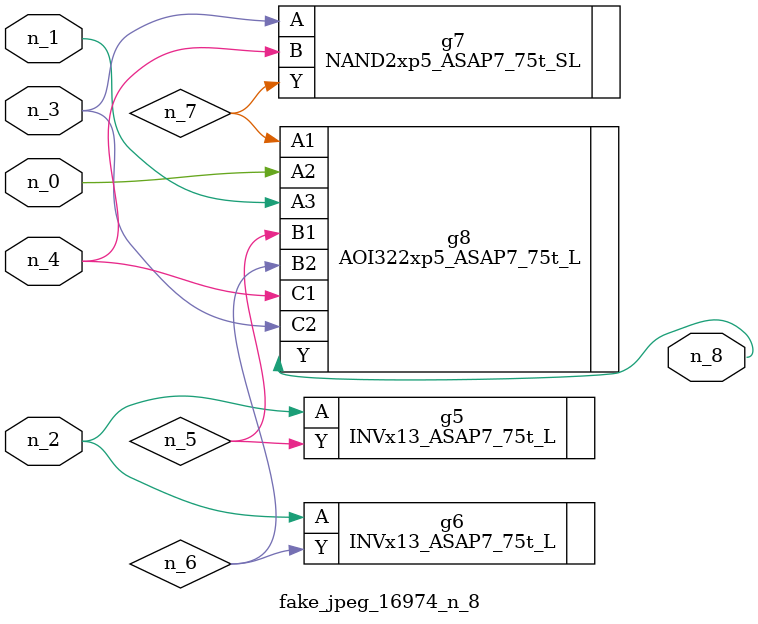
<source format=v>
module fake_jpeg_16974_n_8 (n_3, n_2, n_1, n_0, n_4, n_8);

input n_3;
input n_2;
input n_1;
input n_0;
input n_4;

output n_8;

wire n_6;
wire n_5;
wire n_7;

INVx13_ASAP7_75t_L g5 ( 
.A(n_2),
.Y(n_5)
);

INVx13_ASAP7_75t_L g6 ( 
.A(n_2),
.Y(n_6)
);

NAND2xp5_ASAP7_75t_SL g7 ( 
.A(n_3),
.B(n_4),
.Y(n_7)
);

AOI322xp5_ASAP7_75t_L g8 ( 
.A1(n_7),
.A2(n_0),
.A3(n_1),
.B1(n_5),
.B2(n_6),
.C1(n_4),
.C2(n_3),
.Y(n_8)
);


endmodule
</source>
